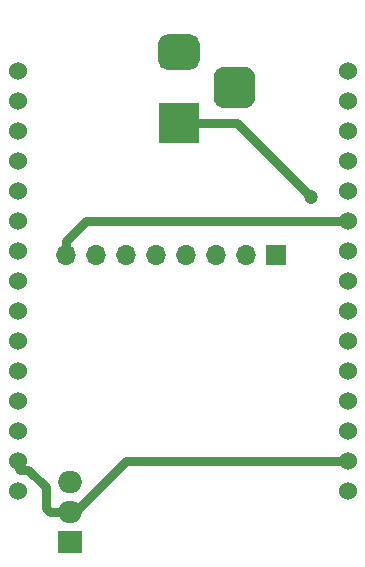
<source format=gbr>
%TF.GenerationSoftware,KiCad,Pcbnew,(5.1.6)-1*%
%TF.CreationDate,2020-11-18T20:34:03+02:00*%
%TF.ProjectId,Gesture-Control-PCB,47657374-7572-4652-9d43-6f6e74726f6c,rev?*%
%TF.SameCoordinates,Original*%
%TF.FileFunction,Copper,L1,Top*%
%TF.FilePolarity,Positive*%
%FSLAX46Y46*%
G04 Gerber Fmt 4.6, Leading zero omitted, Abs format (unit mm)*
G04 Created by KiCad (PCBNEW (5.1.6)-1) date 2020-11-18 20:34:03*
%MOMM*%
%LPD*%
G01*
G04 APERTURE LIST*
%TA.AperFunction,ComponentPad*%
%ADD10O,2.000000X1.905000*%
%TD*%
%TA.AperFunction,ComponentPad*%
%ADD11R,2.000000X1.905000*%
%TD*%
%TA.AperFunction,ComponentPad*%
%ADD12R,3.500000X3.500000*%
%TD*%
%TA.AperFunction,ComponentPad*%
%ADD13C,1.524000*%
%TD*%
%TA.AperFunction,ComponentPad*%
%ADD14R,1.700000X1.700000*%
%TD*%
%TA.AperFunction,ComponentPad*%
%ADD15O,1.700000X1.700000*%
%TD*%
%TA.AperFunction,ViaPad*%
%ADD16C,1.200000*%
%TD*%
%TA.AperFunction,Conductor*%
%ADD17C,0.750000*%
%TD*%
G04 APERTURE END LIST*
D10*
%TO.P,U1,3*%
%TO.N,+6V*%
X91800000Y-112420000D03*
%TO.P,U1,2*%
%TO.N,GND*%
X91800000Y-114960000D03*
D11*
%TO.P,U1,1*%
%TO.N,+12V*%
X91800000Y-117500000D03*
%TD*%
D12*
%TO.P,J1,1*%
%TO.N,+12V*%
X101000000Y-82000000D03*
%TO.P,J1,2*%
%TO.N,GND*%
%TA.AperFunction,ComponentPad*%
G36*
G01*
X100000000Y-74500000D02*
X102000000Y-74500000D01*
G75*
G02*
X102750000Y-75250000I0J-750000D01*
G01*
X102750000Y-76750000D01*
G75*
G02*
X102000000Y-77500000I-750000J0D01*
G01*
X100000000Y-77500000D01*
G75*
G02*
X99250000Y-76750000I0J750000D01*
G01*
X99250000Y-75250000D01*
G75*
G02*
X100000000Y-74500000I750000J0D01*
G01*
G37*
%TD.AperFunction*%
%TO.P,J1,3*%
%TO.N,N/C*%
%TA.AperFunction,ComponentPad*%
G36*
G01*
X104825000Y-77250000D02*
X106575000Y-77250000D01*
G75*
G02*
X107450000Y-78125000I0J-875000D01*
G01*
X107450000Y-79875000D01*
G75*
G02*
X106575000Y-80750000I-875000J0D01*
G01*
X104825000Y-80750000D01*
G75*
G02*
X103950000Y-79875000I0J875000D01*
G01*
X103950000Y-78125000D01*
G75*
G02*
X104825000Y-77250000I875000J0D01*
G01*
G37*
%TD.AperFunction*%
%TD*%
D13*
%TO.P,U3,1*%
%TO.N,N/C*%
X87355001Y-77620001D03*
%TO.P,U3,2*%
X87355001Y-80160001D03*
%TO.P,U3,3*%
X87355001Y-82700001D03*
%TO.P,U3,4*%
X87355001Y-85240001D03*
%TO.P,U3,5*%
X87355001Y-87780001D03*
%TO.P,U3,6*%
X87355001Y-90320001D03*
%TO.P,U3,7*%
X87355001Y-92860001D03*
%TO.P,U3,8*%
X87355001Y-95400001D03*
%TO.P,U3,9*%
X87355001Y-97940001D03*
%TO.P,U3,10*%
%TO.N,GND*%
X87355001Y-100480001D03*
%TO.P,U3,11*%
%TO.N,+3V3*%
X87355001Y-103020001D03*
%TO.P,U3,12*%
%TO.N,N/C*%
X87355001Y-105560001D03*
%TO.P,U3,13*%
X87355001Y-108100001D03*
%TO.P,U3,14*%
%TO.N,GND*%
X87355001Y-110640001D03*
%TO.P,U3,15*%
%TO.N,+6V*%
X87355001Y-113180001D03*
%TO.P,U3,16*%
%TO.N,+3V3*%
X115295001Y-113180001D03*
%TO.P,U3,17*%
%TO.N,GND*%
X115295001Y-110640001D03*
%TO.P,U3,18*%
%TO.N,N/C*%
X115295001Y-108100001D03*
%TO.P,U3,19*%
X115295001Y-105560001D03*
%TO.P,U3,20*%
X115295001Y-103020001D03*
%TO.P,U3,21*%
X115295001Y-100480001D03*
%TO.P,U3,22*%
X115295001Y-97940001D03*
%TO.P,U3,23*%
X115295001Y-95400001D03*
%TO.P,U3,24*%
%TO.N,GND*%
X115295001Y-92860001D03*
%TO.P,U3,25*%
%TO.N,+3V3*%
X115295001Y-90320001D03*
%TO.P,U3,26*%
%TO.N,N/C*%
X115295001Y-87780001D03*
%TO.P,U3,27*%
X115295001Y-85240001D03*
%TO.P,U3,28*%
%TO.N,/SDA*%
X115295001Y-82700001D03*
%TO.P,U3,29*%
%TO.N,/SCL*%
X115295001Y-80160001D03*
%TO.P,U3,30*%
%TO.N,N/C*%
X115295001Y-77620001D03*
%TD*%
D14*
%TO.P,J2,1*%
%TO.N,N/C*%
X109200000Y-93200000D03*
D15*
%TO.P,J2,2*%
X106660000Y-93200000D03*
%TO.P,J2,3*%
X104120000Y-93200000D03*
%TO.P,J2,4*%
X101580000Y-93200000D03*
%TO.P,J2,5*%
%TO.N,/SDA*%
X99040000Y-93200000D03*
%TO.P,J2,6*%
%TO.N,/SCL*%
X96500000Y-93200000D03*
%TO.P,J2,7*%
%TO.N,GND*%
X93960000Y-93200000D03*
%TO.P,J2,8*%
%TO.N,+3V3*%
X91420000Y-93200000D03*
%TD*%
D16*
%TO.N,+12V*%
X112200000Y-88300000D03*
%TD*%
D17*
%TO.N,+12V*%
X101000000Y-82000000D02*
X105900000Y-82000000D01*
X105900000Y-82000000D02*
X112200000Y-88300000D01*
X112200000Y-88300000D02*
X112200000Y-88300000D01*
%TO.N,GND*%
X90050000Y-114960000D02*
X91800000Y-114960000D01*
X89724990Y-114634990D02*
X90050000Y-114960000D01*
X89724990Y-112831228D02*
X89724990Y-114634990D01*
X88236762Y-111343000D02*
X89724990Y-112831228D01*
X87543000Y-111343000D02*
X88236762Y-111343000D01*
X87355001Y-111155001D02*
X87543000Y-111343000D01*
X87355001Y-110640001D02*
X87355001Y-111155001D01*
X92174832Y-114960000D02*
X91800000Y-114960000D01*
X96494831Y-110640001D02*
X92174832Y-114960000D01*
X115295001Y-110640001D02*
X96494831Y-110640001D01*
%TO.N,+3V3*%
X87533763Y-103020001D02*
X87355001Y-103020001D01*
X93097918Y-90320001D02*
X115295001Y-90320001D01*
X91420000Y-91997919D02*
X93097918Y-90320001D01*
X91420000Y-93200000D02*
X91420000Y-91997919D01*
%TD*%
M02*

</source>
